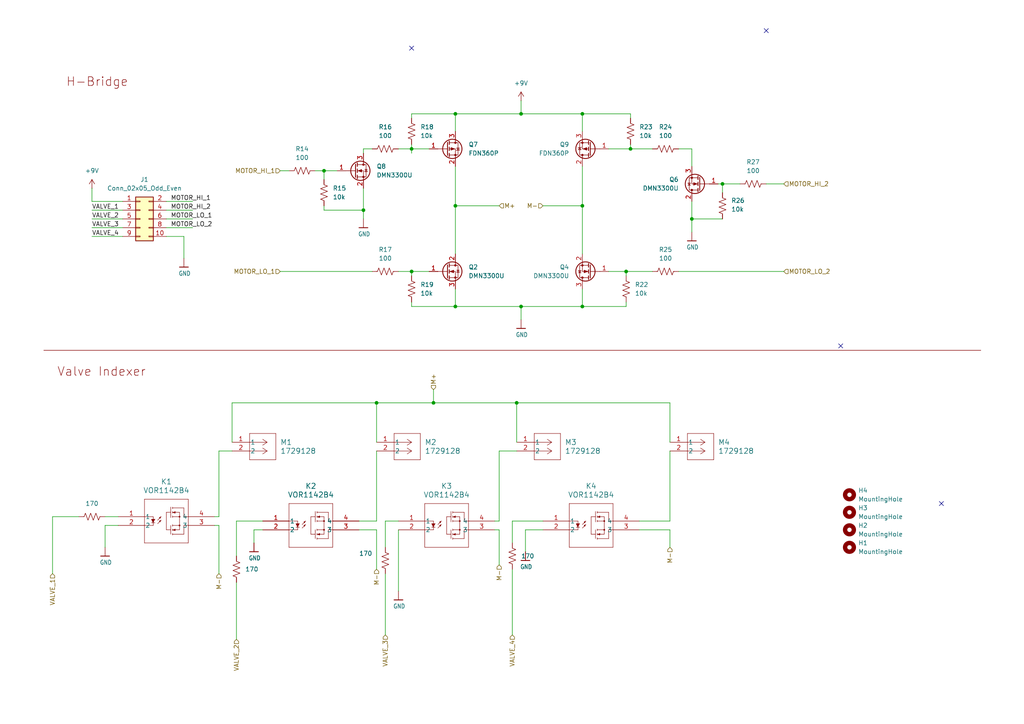
<source format=kicad_sch>
(kicad_sch (version 20250114) (generator "eeschema") (generator_version "9.0")
  (paper "A4")
  (lib_symbols
    (symbol "2025-11-01_13-33-45:1729128" (pin_names (offset 0.254))
      (property "Reference" "J" (at 8.89 6.35 0))
      (property "Value" "1729128" (at 0 0 0))
      (symbol "1729128_1_1"
        (polyline (pts (xy 5.08 2.54) (xy 5.08 -5.08)) (stroke (width 0.127)))
        (polyline (pts (xy 5.08 -5.08) (xy 12.7 -5.08)) (stroke (width 0.127)))
        (polyline (pts (xy 10.16 0) (xy 5.08 0)) (stroke (width 0.127)))
        (polyline (pts (xy 10.16 0) (xy 8.89 0.8467)) (stroke (width 0.127)))
        (polyline (pts (xy 10.16 0) (xy 8.89 -0.8467)) (stroke (width 0.127)))
        (polyline (pts (xy 10.16 -2.54) (xy 5.08 -2.54)) (stroke (width 0.127)))
        (polyline (pts (xy 10.16 -2.54) (xy 8.89 -1.6933)) (stroke (width 0.127)))
        (polyline (pts (xy 10.16 -2.54) (xy 8.89 -3.3867)) (stroke (width 0.127)))
        (polyline (pts (xy 12.7 2.54) (xy 5.08 2.54)) (stroke (width 0.127)))
        (polyline (pts (xy 12.7 -5.08) (xy 12.7 2.54)) (stroke (width 0.127)))
        (pin unspecified line (at 0 0 0) (length 5.08) (name "1") (number "1"))
        (pin unspecified line (at 0 -2.54 0) (length 5.08) (name "2") (number "2"))
      )
      (symbol "1729128_1_2"
        (polyline (pts (xy 5.08 2.54) (xy 5.08 -5.08)) (stroke (width 0.127)))
        (polyline (pts (xy 5.08 -5.08) (xy 12.7 -5.08)) (stroke (width 0.127)))
        (polyline (pts (xy 7.62 0) (xy 5.08 0)) (stroke (width 0.127)))
        (polyline (pts (xy 7.62 0) (xy 8.89 0.8467)) (stroke (width 0.127)))
        (polyline (pts (xy 7.62 0) (xy 8.89 -0.8467)) (stroke (width 0.127)))
        (polyline (pts (xy 7.62 -2.54) (xy 5.08 -2.54)) (stroke (width 0.127)))
        (polyline (pts (xy 7.62 -2.54) (xy 8.89 -1.6933)) (stroke (width 0.127)))
        (polyline (pts (xy 7.62 -2.54) (xy 8.89 -3.3867)) (stroke (width 0.127)))
        (polyline (pts (xy 12.7 2.54) (xy 5.08 2.54)) (stroke (width 0.127)))
        (polyline (pts (xy 12.7 -5.08) (xy 12.7 2.54)) (stroke (width 0.127)))
        (pin unspecified line (at 0 0 0) (length 5.08) (name "1") (number "1"))
        (pin unspecified line (at 0 -2.54 0) (length 5.08) (name "2") (number "2"))
      )
    )
    (symbol "2025-11-05_14-05-54:VOR1142B4" (pin_names (offset 0.254))
      (property "Reference" "K" (at 13.97 10.16 0))
      (property "Value" "VOR1142B4" (at 15.24 7.62 0))
      (symbol "VOR1142B4_0_1"
        (polyline (pts (xy 7.62 5.08) (xy 7.62 -7.62)) (stroke (width 0.127)))
        (polyline (pts (xy 7.62 0) (xy 10.16 0)) (stroke (width 0.127)))
        (polyline (pts (xy 7.62 -2.54) (xy 10.16 -2.54)) (stroke (width 0.127)))
        (polyline (pts (xy 7.62 -7.62) (xy 20.32 -7.62)) (stroke (width 0.127)))
        (polyline (pts (xy 9.652 -1.778) (xy 10.668 -1.778)) (stroke (width 0.127)))
        (polyline (pts (xy 10.16 -0.762) (xy 10.16 0)) (stroke (width 0.127)))
        (polyline (pts (xy 10.16 -1.778) (xy 9.652 -0.762) (xy 10.668 -0.762)) (fill (type outline)))
        (polyline (pts (xy 10.16 -2.54) (xy 10.16 -1.778)) (stroke (width 0.127)))
        (polyline (pts (xy 11.43 -1.016) (xy 12.192 -0.254)) (stroke (width 0.127)))
        (polyline (pts (xy 11.43 -2.032) (xy 12.192 -1.27)) (stroke (width 0.127)))
        (polyline (pts (xy 12.446 0) (xy 11.938 -0.254) (xy 12.192 -0.508)) (fill (type outline)))
        (polyline (pts (xy 12.446 -1.016) (xy 11.938 -1.27) (xy 12.192 -1.524)) (fill (type outline)))
        (polyline (pts (xy 13.97 1.27) (xy 13.97 -3.81)) (stroke (width 0.127)))
        (polyline (pts (xy 13.97 1.27) (xy 15.24 1.27)) (stroke (width 0.127)))
        (polyline (pts (xy 13.97 -3.81) (xy 15.24 -3.81)) (stroke (width 0.127)))
        (polyline (pts (xy 15.24 2.794) (xy 15.24 -0.254)) (stroke (width 0.127)))
        (polyline (pts (xy 15.24 -2.54) (xy 15.24 -5.08)) (stroke (width 0.127)))
        (polyline (pts (xy 15.748 2.794) (xy 15.748 2.286)) (stroke (width 0.127)))
        (polyline (pts (xy 15.748 2.54) (xy 19.05 2.54)) (stroke (width 0.127)))
        (polyline (pts (xy 15.748 1.524) (xy 15.748 1.016)) (stroke (width 0.127)))
        (polyline (pts (xy 15.748 1.27) (xy 16.51 1.016) (xy 16.51 1.524)) (fill (type outline)))
        (polyline (pts (xy 15.748 0.254) (xy 15.748 -0.254)) (stroke (width 0.127)))
        (polyline (pts (xy 15.748 -2.286) (xy 15.748 -2.794)) (stroke (width 0.127)))
        (polyline (pts (xy 15.748 -2.54) (xy 17.78 -2.54)) (stroke (width 0.127)))
        (polyline (pts (xy 15.748 -3.556) (xy 15.748 -4.064)) (stroke (width 0.127)))
        (polyline (pts (xy 15.748 -3.81) (xy 16.51 -4.064) (xy 16.51 -3.556)) (fill (type outline)))
        (polyline (pts (xy 15.748 -4.826) (xy 15.748 -5.334)) (stroke (width 0.127)))
        (polyline (pts (xy 15.748 -5.08) (xy 19.05 -5.08)) (stroke (width 0.127)))
        (polyline (pts (xy 16.51 -3.81) (xy 17.78 -3.81)) (stroke (width 0.127)))
        (polyline (pts (xy 17.78 1.27) (xy 16.51 1.27)) (stroke (width 0.127)))
        (polyline (pts (xy 17.78 0) (xy 15.748 0)) (stroke (width 0.127)))
        (circle (center 17.78 0) (radius 0.127) (stroke (width 0.254)))
        (circle (center 17.78 -2.54) (radius 0.127) (stroke (width 0.254)))
        (polyline (pts (xy 17.78 -3.81) (xy 17.78 1.27)) (stroke (width 0.127)))
        (polyline (pts (xy 19.05 2.54) (xy 19.05 0)) (stroke (width 0.127)))
        (polyline (pts (xy 19.05 0) (xy 20.32 0)) (stroke (width 0.127)))
        (polyline (pts (xy 19.05 -2.54) (xy 19.05 -5.08)) (stroke (width 0.127)))
        (polyline (pts (xy 19.05 -2.54) (xy 20.32 -2.54)) (stroke (width 0.127)))
        (polyline (pts (xy 20.32 5.08) (xy 7.62 5.08)) (stroke (width 0.127)))
        (polyline (pts (xy 20.32 -7.62) (xy 20.32 5.08)) (stroke (width 0.127)))
        (pin unspecified line (at 0 0 0) (length 7.62) (name "1") (number "1"))
        (pin unspecified line (at 0 -2.54 0) (length 7.62) (name "2") (number "2"))
        (pin unspecified line (at 27.94 0 180) (length 7.62) (name "4") (number "4"))
        (pin unspecified line (at 27.94 -2.54 180) (length 7.62) (name "3") (number "3"))
      )
    )
    (symbol "Adafruit Feather RP2040 RFM-eagle-import:GND" (power)
      (symbol "GND_1_0"
        (polyline (pts (xy -1.27 0) (xy 1.27 0)) (stroke (width 0.254)))
        (pin power_in line (at 0 2.54 270) (length 2.54) (name "GND") (number "1"))
      )
    )
    (symbol "Connector_Generic:Conn_02x05_Odd_Even" (pin_names (offset 1.016) (hide yes))
      (property "Reference" "J" (at 1.27 7.62 0))
      (property "Value" "Conn_02x05_Odd_Even" (at 1.27 -7.62 0))
      (symbol "Conn_02x05_Odd_Even_1_1"
        (rectangle (start -1.27 6.35) (end 3.81 -6.35) (stroke (width 0.254)) (fill (type background)))
        (rectangle (start -1.27 5.207) (end 0 4.953) (stroke (width 0.1524)))
        (rectangle (start -1.27 2.667) (end 0 2.413) (stroke (width 0.1524)))
        (rectangle (start -1.27 0.127) (end 0 -0.127) (stroke (width 0.1524)))
        (rectangle (start -1.27 -2.413) (end 0 -2.667) (stroke (width 0.1524)))
        (rectangle (start -1.27 -4.953) (end 0 -5.207) (stroke (width 0.1524)))
        (rectangle (start 3.81 5.207) (end 2.54 4.953) (stroke (width 0.1524)))
        (rectangle (start 3.81 2.667) (end 2.54 2.413) (stroke (width 0.1524)))
        (rectangle (start 3.81 0.127) (end 2.54 -0.127) (stroke (width 0.1524)))
        (rectangle (start 3.81 -2.413) (end 2.54 -2.667) (stroke (width 0.1524)))
        (rectangle (start 3.81 -4.953) (end 2.54 -5.207) (stroke (width 0.1524)))
        (pin passive line (at -5.08 5.08 0) (length 3.81) (name "Pin_1") (number "1"))
        (pin passive line (at -5.08 2.54 0) (length 3.81) (name "Pin_3") (number "3"))
        (pin passive line (at -5.08 0 0) (length 3.81) (name "Pin_5") (number "5"))
        (pin passive line (at -5.08 -2.54 0) (length 3.81) (name "Pin_7") (number "7"))
        (pin passive line (at -5.08 -5.08 0) (length 3.81) (name "Pin_9") (number "9"))
        (pin passive line (at 7.62 5.08 180) (length 3.81) (name "Pin_2") (number "2"))
        (pin passive line (at 7.62 2.54 180) (length 3.81) (name "Pin_4") (number "4"))
        (pin passive line (at 7.62 0 180) (length 3.81) (name "Pin_6") (number "6"))
        (pin passive line (at 7.62 -2.54 180) (length 3.81) (name "Pin_8") (number "8"))
        (pin passive line (at 7.62 -5.08 180) (length 3.81) (name "Pin_10") (number "10"))
      )
    )
    (symbol "DMN3300U_1" (pin_names (offset 0) (hide yes))
      (property "Reference" "Q2" (at 6.35 1.2701 0))
      (property "Value" "DMN3300U" (at 6.35 -1.2699 0))
      (symbol "DMN3300U_1_0_1"
        (polyline (pts (xy 0.254 1.905) (xy 0.254 -1.905)) (stroke (width 0.254)))
        (polyline (pts (xy 0.254 0) (xy -2.54 0)))
        (polyline (pts (xy 0.762 2.286) (xy 0.762 1.27)) (stroke (width 0.254)))
        (polyline (pts (xy 0.762 0.508) (xy 0.762 -0.508)) (stroke (width 0.254)))
        (polyline (pts (xy 0.762 -1.27) (xy 0.762 -2.286)) (stroke (width 0.254)))
        (polyline (pts (xy 0.762 -1.778) (xy 3.302 -1.778) (xy 3.302 1.778) (xy 0.762 1.778)))
        (polyline (pts (xy 1.016 0) (xy 2.032 0.381) (xy 2.032 -0.381) (xy 1.016 0)) (fill (type outline)))
        (circle (center 1.651 0) (radius 2.794) (stroke (width 0.254)))
        (polyline (pts (xy 2.54 2.54) (xy 2.54 1.778)))
        (circle (center 2.54 1.778) (radius 0.254) (fill (type outline)))
        (circle (center 2.54 -1.778) (radius 0.254) (fill (type outline)))
        (polyline (pts (xy 2.54 -2.54) (xy 2.54 0) (xy 0.762 0)))
        (polyline (pts (xy 2.921 0.381) (xy 3.683 0.381)))
        (polyline (pts (xy 3.302 0.381) (xy 2.921 -0.254) (xy 3.683 -0.254) (xy 3.302 0.381)))
      )
      (symbol "DMN3300U_1_1_1"
        (pin input line (at -5.08 0 0) (length 2.54) (name "G") (number "1"))
        (pin passive line (at 2.54 5.08 270) (length 2.54) (name "S") (number "2"))
        (pin passive line (at 2.54 -5.08 90) (length 2.54) (name "D") (number "3"))
      )
    )
    (symbol "Device:R_US" (pin_numbers (hide yes)) (pin_names (offset 0))
      (property "Reference" "R" (at 2.54 0 90))
      (property "Value" "R_US" (at -2.54 0 90))
      (symbol "R_US_0_1"
        (polyline (pts (xy 0 2.286) (xy 0 2.54)))
        (polyline (pts (xy 0 2.286) (xy 1.016 1.905) (xy 0 1.524) (xy -1.016 1.143) (xy 0 0.762)))
        (polyline (pts (xy 0 0.762) (xy 1.016 0.381) (xy 0 0) (xy -1.016 -0.381) (xy 0 -0.762)))
        (polyline (pts (xy 0 -0.762) (xy 1.016 -1.143) (xy 0 -1.524) (xy -1.016 -1.905) (xy 0 -2.286)))
        (polyline (pts (xy 0 -2.286) (xy 0 -2.54)))
      )
      (symbol "R_US_1_1"
        (pin passive line (at 0 3.81 270) (length 1.27) (name "~") (number "1"))
        (pin passive line (at 0 -3.81 90) (length 1.27) (name "~") (number "2"))
      )
    )
    (symbol "FDN340P_1" (pin_names (hide yes))
      (property "Reference" "Q9" (at 6.35 -1.2701 0))
      (property "Value" "FDN340P" (at 6.35 1.2699 0))
      (symbol "FDN340P_1_0_1"
        (polyline (pts (xy 0.254 1.905) (xy 0.254 -1.905)) (stroke (width 0.254)))
        (polyline (pts (xy 0.254 0) (xy -2.54 0)))
        (polyline (pts (xy 0.762 2.286) (xy 0.762 1.27)) (stroke (width 0.254)))
        (polyline (pts (xy 0.762 1.778) (xy 3.302 1.778) (xy 3.302 -1.778) (xy 0.762 -1.778)))
        (polyline (pts (xy 0.762 0.508) (xy 0.762 -0.508)) (stroke (width 0.254)))
        (polyline (pts (xy 0.762 -1.27) (xy 0.762 -2.286)) (stroke (width 0.254)))
        (circle (center 1.651 0) (radius 2.794) (stroke (width 0.254)))
        (polyline (pts (xy 2.286 0) (xy 1.27 0.381) (xy 1.27 -0.381) (xy 2.286 0)) (fill (type outline)))
        (polyline (pts (xy 2.54 2.54) (xy 2.54 1.778)))
        (circle (center 2.54 1.778) (radius 0.254) (fill (type outline)))
        (circle (center 2.54 -1.778) (radius 0.254) (fill (type outline)))
        (polyline (pts (xy 2.54 -2.54) (xy 2.54 0) (xy 0.762 0)))
        (polyline (pts (xy 2.794 -0.508) (xy 2.921 -0.381) (xy 3.683 -0.381) (xy 3.81 -0.254)))
        (polyline (pts (xy 3.302 -0.381) (xy 2.921 0.254) (xy 3.683 0.254) (xy 3.302 -0.381)))
      )
      (symbol "FDN340P_1_1_1"
        (pin input line (at -5.08 0 0) (length 2.54) (name "G") (number "1"))
        (pin passive line (at 2.54 5.08 270) (length 2.54) (name "S") (number "2"))
        (pin passive line (at 2.54 -5.08 90) (length 2.54) (name "D") (number "3"))
      )
    )
    (symbol "Mechanical:MountingHole" (pin_names (offset 1.016)) (in_bom no)
      (property "Reference" "H" (at 0 5.08 0))
      (property "Value" "MountingHole" (at 0 3.175 0))
      (symbol "MountingHole_0_1"
        (circle (center 0 0) (radius 1.27) (stroke (width 1.27)))
      )
    )
    (symbol "Transistor_FET:DMN3300U" (pin_names (offset 0) (hide yes))
      (property "Reference" "Q" (at 5.08 1.905 0))
      (property "Value" "DMN3300U" (at 5.08 0 0))
      (symbol "DMN3300U_0_1"
        (polyline (pts (xy 0.254 1.905) (xy 0.254 -1.905)) (stroke (width 0.254)))
        (polyline (pts (xy 0.254 0) (xy -2.54 0)))
        (polyline (pts (xy 0.762 2.286) (xy 0.762 1.27)) (stroke (width 0.254)))
        (polyline (pts (xy 0.762 0.508) (xy 0.762 -0.508)) (stroke (width 0.254)))
        (polyline (pts (xy 0.762 -1.27) (xy 0.762 -2.286)) (stroke (width 0.254)))
        (polyline (pts (xy 0.762 -1.778) (xy 3.302 -1.778) (xy 3.302 1.778) (xy 0.762 1.778)))
        (polyline (pts (xy 1.016 0) (xy 2.032 0.381) (xy 2.032 -0.381) (xy 1.016 0)) (fill (type outline)))
        (circle (center 1.651 0) (radius 2.794) (stroke (width 0.254)))
        (polyline (pts (xy 2.54 2.54) (xy 2.54 1.778)))
        (circle (center 2.54 1.778) (radius 0.254) (fill (type outline)))
        (circle (center 2.54 -1.778) (radius 0.254) (fill (type outline)))
        (polyline (pts (xy 2.54 -2.54) (xy 2.54 0) (xy 0.762 0)))
        (polyline (pts (xy 2.921 0.381) (xy 3.683 0.381)))
        (polyline (pts (xy 3.302 0.381) (xy 2.921 -0.254) (xy 3.683 -0.254) (xy 3.302 0.381)))
      )
      (symbol "DMN3300U_1_1"
        (pin input line (at -5.08 0 0) (length 2.54) (name "G") (number "1"))
        (pin passive line (at 2.54 5.08 270) (length 2.54) (name "D") (number "3"))
        (pin passive line (at 2.54 -5.08 90) (length 2.54) (name "S") (number "2"))
      )
    )
    (symbol "Transistor_FET:FDN340P" (pin_names (hide yes))
      (property "Reference" "Q" (at 5.08 1.905 0))
      (property "Value" "FDN340P" (at 5.08 0 0))
      (symbol "FDN340P_0_1"
        (polyline (pts (xy 0.254 1.905) (xy 0.254 -1.905)) (stroke (width 0.254)))
        (polyline (pts (xy 0.254 0) (xy -2.54 0)))
        (polyline (pts (xy 0.762 2.286) (xy 0.762 1.27)) (stroke (width 0.254)))
        (polyline (pts (xy 0.762 1.778) (xy 3.302 1.778) (xy 3.302 -1.778) (xy 0.762 -1.778)))
        (polyline (pts (xy 0.762 0.508) (xy 0.762 -0.508)) (stroke (width 0.254)))
        (polyline (pts (xy 0.762 -1.27) (xy 0.762 -2.286)) (stroke (width 0.254)))
        (circle (center 1.651 0) (radius 2.794) (stroke (width 0.254)))
        (polyline (pts (xy 2.286 0) (xy 1.27 0.381) (xy 1.27 -0.381) (xy 2.286 0)) (fill (type outline)))
        (polyline (pts (xy 2.54 2.54) (xy 2.54 1.778)))
        (circle (center 2.54 1.778) (radius 0.254) (fill (type outline)))
        (circle (center 2.54 -1.778) (radius 0.254) (fill (type outline)))
        (polyline (pts (xy 2.54 -2.54) (xy 2.54 0) (xy 0.762 0)))
        (polyline (pts (xy 2.794 -0.508) (xy 2.921 -0.381) (xy 3.683 -0.381) (xy 3.81 -0.254)))
        (polyline (pts (xy 3.302 -0.381) (xy 2.921 0.254) (xy 3.683 0.254) (xy 3.302 -0.381)))
      )
      (symbol "FDN340P_1_1"
        (pin input line (at -5.08 0 0) (length 2.54) (name "G") (number "1"))
        (pin passive line (at 2.54 5.08 270) (length 2.54) (name "D") (number "3"))
        (pin passive line (at 2.54 -5.08 90) (length 2.54) (name "S") (number "2"))
      )
    )
    (symbol "power:+9V" (power) (pin_numbers (hide yes)) (pin_names (offset 0) (hide yes))
      (property "Value" "+9V" (at 0 3.556 0))
      (symbol "+9V_0_1"
        (polyline (pts (xy -0.762 1.27) (xy 0 2.54)))
        (polyline (pts (xy 0 2.54) (xy 0.762 1.27)))
        (polyline (pts (xy 0 0) (xy 0 2.54)))
      )
      (symbol "+9V_1_1"
        (pin power_in line (at 0 0 90) (length 0) (name "~") (number "1"))
      )
    )
  )
  (text "Valve Indexer\n" (at 29.464 107.95 0) (effects (font (size 2.54 2.54))))
  (text "H-Bridge" (at 28.194 23.876 0) (effects (font (size 2.54 2.54))))
  (junction (at 168.91 88.9))
  (junction (at 200.66 63.5))
  (junction (at 132.08 33.02))
  (junction (at 93.98 49.53))
  (junction (at 182.88 43.18))
  (junction (at 151.13 33.02))
  (junction (at 109.22 116.84))
  (junction (at 125.73 116.84))
  (junction (at 119.38 78.74))
  (junction (at 168.91 59.69))
  (junction (at 168.91 33.02))
  (junction (at 151.13 88.9))
  (junction (at 149.86 116.84))
  (junction (at 119.38 43.18))
  (junction (at 209.55 53.34))
  (junction (at 105.41 60.96))
  (junction (at 132.08 88.9))
  (junction (at 181.61 78.74))
  (junction (at 132.08 59.69))
  (no_connect (at 222.25 8.89))
  (no_connect (at 273.05 146.05))
  (no_connect (at 243.84 100.33))
  (no_connect (at 119.38 13.97))
  (wire (pts (xy 26.67 60.96) (xy 35.56 60.96)))
  (wire (pts (xy 194.31 153.67) (xy 194.31 158.75)))
  (wire (pts (xy 48.26 68.58) (xy 53.34 68.58)))
  (wire (pts (xy 208.28 53.34) (xy 209.55 53.34)))
  (wire (pts (xy 209.55 53.34) (xy 214.63 53.34)))
  (wire (pts (xy 93.98 49.53) (xy 97.79 49.53)))
  (wire (pts (xy 168.91 88.9) (xy 181.61 88.9)))
  (wire (pts (xy 144.78 130.81) (xy 144.78 151.13)))
  (wire (pts (xy 132.08 38.1) (xy 132.08 33.02)))
  (wire (pts (xy 63.5 130.81) (xy 67.31 130.81)))
  (wire (pts (xy 105.41 60.96) (xy 105.41 54.61)))
  (wire (pts (xy 132.08 48.26) (xy 132.08 59.69)))
  (wire (pts (xy 119.38 78.74) (xy 124.46 78.74)))
  (wire (pts (xy 105.41 60.96) (xy 105.41 63.5)))
  (wire (pts (xy 119.38 88.9) (xy 132.08 88.9)))
  (wire (pts (xy 73.66 153.67) (xy 76.2 153.67)))
  (wire (pts (xy 200.66 63.5) (xy 200.66 67.31)))
  (wire (pts (xy 73.66 157.48) (xy 73.66 153.67)))
  (wire (pts (xy 48.26 66.04) (xy 55.88 66.04)))
  (wire (pts (xy 48.26 60.96) (xy 55.88 60.96)))
  (wire (pts (xy 132.08 59.69) (xy 132.08 73.66)))
  (wire (pts (xy 181.61 78.74) (xy 189.23 78.74)))
  (wire (pts (xy 149.86 116.84) (xy 194.31 116.84)))
  (wire (pts (xy 93.98 59.69) (xy 93.98 60.96)))
  (wire (pts (xy 26.67 58.42) (xy 35.56 58.42)))
  (wire (pts (xy 119.38 44.45) (xy 119.38 43.18)))
  (wire (pts (xy 81.28 78.74) (xy 107.95 78.74)))
  (wire (pts (xy 68.58 151.13) (xy 76.2 151.13)))
  (polyline (pts (xy 12.7 101.6) (xy 284.48 101.6)) (stroke (width 0) (type solid) (color 132 0 0 1)))
  (wire (pts (xy 119.38 43.18) (xy 124.46 43.18)))
  (wire (pts (xy 168.91 59.69) (xy 168.91 73.66)))
  (wire (pts (xy 209.55 53.34) (xy 209.55 55.88)))
  (wire (pts (xy 196.85 78.74) (xy 227.33 78.74)))
  (wire (pts (xy 185.42 153.67) (xy 194.31 153.67)))
  (wire (pts (xy 181.61 80.01) (xy 181.61 78.74)))
  (wire (pts (xy 67.31 116.84) (xy 109.22 116.84)))
  (wire (pts (xy 144.78 153.67) (xy 143.51 153.67)))
  (wire (pts (xy 143.51 151.13) (xy 144.78 151.13)))
  (wire (pts (xy 30.48 152.4) (xy 34.29 152.4)))
  (wire (pts (xy 111.76 151.13) (xy 111.76 158.75)))
  (wire (pts (xy 26.67 54.61) (xy 26.67 58.42)))
  (wire (pts (xy 182.88 43.18) (xy 189.23 43.18)))
  (wire (pts (xy 109.22 116.84) (xy 125.73 116.84)))
  (wire (pts (xy 132.08 83.82) (xy 132.08 88.9)))
  (wire (pts (xy 176.53 78.74) (xy 181.61 78.74)))
  (wire (pts (xy 68.58 151.13) (xy 68.58 161.29)))
  (wire (pts (xy 168.91 83.82) (xy 168.91 88.9)))
  (wire (pts (xy 194.31 130.81) (xy 194.31 151.13)))
  (wire (pts (xy 181.61 88.9) (xy 181.61 87.63)))
  (wire (pts (xy 26.67 63.5) (xy 35.56 63.5)))
  (wire (pts (xy 152.4 160.02) (xy 152.4 153.67)))
  (wire (pts (xy 125.73 116.84) (xy 149.86 116.84)))
  (wire (pts (xy 115.57 153.67) (xy 115.57 171.45)))
  (wire (pts (xy 93.98 60.96) (xy 105.41 60.96)))
  (wire (pts (xy 200.66 58.42) (xy 200.66 63.5)))
  (wire (pts (xy 15.24 149.86) (xy 22.86 149.86)))
  (wire (pts (xy 53.34 68.58) (xy 53.34 74.93)))
  (wire (pts (xy 185.42 151.13) (xy 194.31 151.13)))
  (wire (pts (xy 176.53 43.18) (xy 182.88 43.18)))
  (wire (pts (xy 182.88 33.02) (xy 182.88 34.29)))
  (wire (pts (xy 157.48 59.69) (xy 168.91 59.69)))
  (wire (pts (xy 109.22 153.67) (xy 109.22 165.1)))
  (wire (pts (xy 63.5 152.4) (xy 63.5 166.37)))
  (wire (pts (xy 111.76 151.13) (xy 115.57 151.13)))
  (wire (pts (xy 34.29 149.86) (xy 30.48 149.86)))
  (wire (pts (xy 149.86 116.84) (xy 149.86 128.27)))
  (wire (pts (xy 152.4 153.67) (xy 157.48 153.67)))
  (wire (pts (xy 168.91 33.02) (xy 168.91 38.1)))
  (wire (pts (xy 111.76 166.37) (xy 111.76 184.15)))
  (wire (pts (xy 68.58 185.42) (xy 68.58 168.91)))
  (wire (pts (xy 67.31 116.84) (xy 67.31 128.27)))
  (wire (pts (xy 144.78 130.81) (xy 149.86 130.81)))
  (wire (pts (xy 119.38 41.91) (xy 119.38 43.18)))
  (wire (pts (xy 119.38 33.02) (xy 132.08 33.02)))
  (wire (pts (xy 104.14 151.13) (xy 109.22 151.13)))
  (wire (pts (xy 104.14 153.67) (xy 109.22 153.67)))
  (wire (pts (xy 148.59 151.13) (xy 148.59 157.48)))
  (wire (pts (xy 107.95 43.18) (xy 105.41 43.18)))
  (wire (pts (xy 48.26 58.42) (xy 55.88 58.42)))
  (wire (pts (xy 151.13 33.02) (xy 168.91 33.02)))
  (wire (pts (xy 222.25 53.34) (xy 227.33 53.34)))
  (wire (pts (xy 168.91 33.02) (xy 182.88 33.02)))
  (wire (pts (xy 151.13 29.21) (xy 151.13 33.02)))
  (wire (pts (xy 132.08 59.69) (xy 144.78 59.69)))
  (wire (pts (xy 15.24 166.37) (xy 15.24 149.86)))
  (wire (pts (xy 30.48 152.4) (xy 30.48 158.75)))
  (wire (pts (xy 182.88 41.91) (xy 182.88 43.18)))
  (wire (pts (xy 63.5 130.81) (xy 63.5 149.86)))
  (wire (pts (xy 105.41 43.18) (xy 105.41 44.45)))
  (wire (pts (xy 148.59 151.13) (xy 157.48 151.13)))
  (wire (pts (xy 119.38 80.01) (xy 119.38 78.74)))
  (wire (pts (xy 196.85 43.18) (xy 200.66 43.18)))
  (wire (pts (xy 109.22 116.84) (xy 109.22 128.27)))
  (wire (pts (xy 200.66 43.18) (xy 200.66 48.26)))
  (wire (pts (xy 132.08 88.9) (xy 151.13 88.9)))
  (wire (pts (xy 109.22 130.81) (xy 109.22 151.13)))
  (wire (pts (xy 62.23 152.4) (xy 63.5 152.4)))
  (wire (pts (xy 151.13 88.9) (xy 168.91 88.9)))
  (wire (pts (xy 200.66 63.5) (xy 209.55 63.5)))
  (wire (pts (xy 144.78 153.67) (xy 144.78 163.83)))
  (wire (pts (xy 26.67 68.58) (xy 35.56 68.58)))
  (wire (pts (xy 115.57 78.74) (xy 119.38 78.74)))
  (wire (pts (xy 132.08 33.02) (xy 151.13 33.02)))
  (wire (pts (xy 151.13 88.9) (xy 151.13 92.71)))
  (wire (pts (xy 26.67 66.04) (xy 35.56 66.04)))
  (wire (pts (xy 62.23 149.86) (xy 63.5 149.86)))
  (wire (pts (xy 148.59 165.1) (xy 148.59 184.15)))
  (wire (pts (xy 115.57 43.18) (xy 119.38 43.18)))
  (wire (pts (xy 194.31 116.84) (xy 194.31 128.27)))
  (wire (pts (xy 125.73 113.03) (xy 125.73 116.84)))
  (wire (pts (xy 91.44 49.53) (xy 93.98 49.53)))
  (wire (pts (xy 93.98 52.07) (xy 93.98 49.53)))
  (wire (pts (xy 48.26 63.5) (xy 55.88 63.5)))
  (wire (pts (xy 81.28 49.53) (xy 83.82 49.53)))
  (wire (pts (xy 168.91 48.26) (xy 168.91 59.69)))
  (wire (pts (xy 119.38 87.63) (xy 119.38 88.9)))
  (wire (pts (xy 119.38 34.29) (xy 119.38 33.02)))
  (label "VALVE_4" (at 26.67 68.58 0))
  (label "MOTOR_HI_1" (at 49.53 58.42 0))
  (label "VALVE_3" (at 26.67 66.04 0))
  (label "MOTOR_LO_2" (at 49.53 66.04 0))
  (label "VALVE_1" (at 26.67 60.96 0))
  (label "MOTOR_LO_1" (at 49.53 63.5 0))
  (label "VALVE_2" (at 26.67 63.5 0))
  (label "MOTOR_HI_2" (at 49.53 60.96 0))
  (hierarchical_label "VALVE_1" (shape input) (at 15.24 166.37 270))
  (hierarchical_label "M-" (shape input) (at 63.5 166.37 270))
  (hierarchical_label "M+" (shape input) (at 144.78 59.69 0))
  (hierarchical_label "M-" (shape input) (at 144.78 163.83 270))
  (hierarchical_label "VALVE_3" (shape input) (at 111.76 184.15 270))
  (hierarchical_label "M+" (shape input) (at 125.73 113.03 90))
  (hierarchical_label "MOTOR_HI_2" (shape input) (at 227.33 53.34 0))
  (hierarchical_label "M-" (shape input) (at 157.48 59.69 180))
  (hierarchical_label "M-" (shape input) (at 109.22 165.1 270))
  (hierarchical_label "VALVE_4" (shape input) (at 148.59 184.15 270))
  (hierarchical_label "MOTOR_LO_2" (shape input) (at 227.33 78.74 0))
  (hierarchical_label "VALVE_2" (shape input) (at 68.58 185.42 270))
  (hierarchical_label "M-" (shape input) (at 194.31 158.75 270))
  (hierarchical_label "MOTOR_LO_1" (shape input) (at 81.28 78.74 180))
  (hierarchical_label "MOTOR_HI_1" (shape input) (at 81.28 49.53 180))
  (symbol (lib_id "2025-11-05_14-05-54:VOR1142B4") (at 76.2 151.13 0) (unit 1)
    (property "Reference" "K2" (at 90.17 140.97 0) (effects (font (size 1.524 1.524))))
    (property "Value" "VOR1142B4" (at 90.17 143.51 0) (effects (font (size 1.524 1.524))))
    (property "Footprint" "Package_SO:SSO-4_6.7x5.1mm_P2.54mm_Clearance8mm" (effects (hide yes)))
    (property "Datasheet" "https://www.vishay.com/doc?84299" (effects (hide yes)))
  )
  (symbol (lib_id "Device:R_US") (at 193.04 78.74 270) (unit 1)
    (property "Reference" "R25" (at 193.04 72.39 90))
    (property "Value" "100" (at 193.04 74.93 90))
    (property "Footprint" "Resistor_SMD:R_0805_2012Metric" (effects (hide yes)))
    (property "Description" "Resistor, US symbol" (effects (hide yes)))
  )
  (symbol (lib_id "2025-11-05_14-05-54:VOR1142B4") (at 157.48 151.13 0) (unit 1)
    (property "Reference" "K4" (at 171.45 140.97 0) (effects (font (size 1.524 1.524))))
    (property "Value" "VOR1142B4" (at 171.45 143.51 0) (effects (font (size 1.524 1.524))))
    (property "Footprint" "Package_SO:SSO-4_6.7x5.1mm_P2.54mm_Clearance8mm" (effects (hide yes)))
    (property "Datasheet" "https://www.vishay.com/doc?84299" (effects (hide yes)))
  )
  (symbol (lib_name "DMN3300U_1") (lib_id "Transistor_FET:DMN3300U") (at 129.54 78.74 0) (unit 1)
    (property "Reference" "Q2" (at 135.89 77.4699 0) (effects (justify left)))
    (property "Value" "DMN3300U" (at 135.89 80.0099 0) (effects (justify left)))
    (property "Footprint" "Package_TO_SOT_SMD:SOT-23" (effects (hide yes)))
    (property "Datasheet" "http://www.diodes.com/assets/Datasheets/ds31181.pdf" (effects (hide yes)))
    (property "Description" "2A Id, 30V Vds, N-Channel MOSFET, SOT-23" (effects (hide yes)))
  )
  (symbol (lib_id "Device:R_US") (at 193.04 43.18 270) (unit 1)
    (property "Reference" "R24" (at 193.04 36.83 90))
    (property "Value" "100" (at 193.04 39.37 90))
    (property "Footprint" "Resistor_SMD:R_0805_2012Metric" (effects (hide yes)))
    (property "Description" "Resistor, US symbol" (effects (hide yes)))
  )
  (symbol (lib_id "Mechanical:MountingHole") (at 246.38 153.67 0) (unit 1) (in_bom no)
    (property "Reference" "H2" (at 248.92 152.3999 0) (effects (justify left)))
    (property "Value" "MountingHole" (at 248.92 154.9399 0) (effects (justify left)))
    (property "Footprint" "MountingHole:MountingHole_3mm_Pad" (effects (hide yes)))
    (property "Description" "Mounting Hole without connection" (effects (hide yes)))
  )
  (symbol (lib_id "power:+9V") (at 151.13 29.21 0) (unit 1)
    (property "Reference" "#PWR013" (effects (hide yes)))
    (property "Value" "+9V" (at 151.13 24.13 0))
    (property "Description" "Power symbol creates a global label with name \"+9V\"" (effects (hide yes)))
  )
  (symbol (lib_id "Transistor_FET:DMN3300U") (at 102.87 49.53 0) (unit 1)
    (property "Reference" "Q8" (at 109.22 48.2599 0) (effects (justify left)))
    (property "Value" "DMN3300U" (at 109.22 50.7999 0) (effects (justify left)))
    (property "Footprint" "Package_TO_SOT_SMD:SOT-23" (effects (hide yes)))
    (property "Datasheet" "http://www.diodes.com/assets/Datasheets/ds31181.pdf" (effects (hide yes)))
    (property "Description" "2A Id, 30V Vds, N-Channel MOSFET, SOT-23" (effects (hide yes)))
  )
  (symbol (lib_id "Mechanical:MountingHole") (at 246.38 158.75 0) (unit 1) (in_bom no)
    (property "Reference" "H1" (at 248.92 157.4799 0) (effects (justify left)))
    (property "Value" "MountingHole" (at 248.92 160.0199 0) (effects (justify left)))
    (property "Footprint" "MountingHole:MountingHole_3mm_Pad" (effects (hide yes)))
    (property "Description" "Mounting Hole without connection" (effects (hide yes)))
  )
  (symbol (lib_id "Device:R_US") (at 68.58 165.1 180) (unit 1)
    (property "Reference" "R13" (effects (hide yes)))
    (property "Value" "170" (at 71.12 165.0999 0) (effects (justify right)))
    (property "Footprint" "Resistor_SMD:R_0805_2012Metric" (effects (hide yes)))
    (property "Description" "Resistor, US symbol" (effects (hide yes)))
  )
  (symbol (lib_id "Adafruit Feather RP2040 RFM-eagle-import:GND") (at 30.48 161.29 0) (unit 1)
    (property "Reference" "#U$011" (effects (hide yes)))
    (property "Value" "GND" (at 28.956 163.83 0) (effects (font (size 1.27 1.0795)) (justify left bottom)))
  )
  (symbol (lib_id "Connector_Generic:Conn_02x05_Odd_Even") (at 40.64 63.5 0) (unit 1)
    (property "Reference" "J1" (at 41.91 52.07 0))
    (property "Value" "Conn_02x05_Odd_Even" (at 41.91 54.61 0))
    (property "Footprint" "Connector_PinHeader_2.54mm:PinHeader_2x05_P2.54mm_Vertical" (effects (hide yes)))
    (property "Description" "Generic connector, double row, 02x05, odd/even pin numbering scheme (row 1 odd numbers, row 2 even numbers), script generated (kicad-library-utils/schlib/autogen/connector/)" (effects (hide yes)))
  )
  (symbol (lib_id "Device:R_US") (at 26.67 149.86 90) (unit 1)
    (property "Reference" "R12" (effects (hide yes)))
    (property "Value" "170" (at 26.67 146.05 90))
    (property "Footprint" "Resistor_SMD:R_0805_2012Metric" (effects (hide yes)))
    (property "Description" "Resistor, US symbol" (effects (hide yes)))
  )
  (symbol (lib_id "Device:R_US") (at 111.76 78.74 270) (unit 1)
    (property "Reference" "R17" (at 111.76 72.39 90))
    (property "Value" "100" (at 111.76 74.93 90))
    (property "Footprint" "Capacitor_SMD:C_0805_2012Metric" (effects (hide yes)))
    (property "Description" "Resistor, US symbol" (effects (hide yes)))
  )
  (symbol (lib_id "Mechanical:MountingHole") (at 246.38 143.51 0) (unit 1) (in_bom no)
    (property "Reference" "H4" (at 248.92 142.2399 0) (effects (justify left)))
    (property "Value" "MountingHole" (at 248.92 144.7799 0) (effects (justify left)))
    (property "Footprint" "MountingHole:MountingHole_3mm_Pad" (effects (hide yes)))
    (property "Description" "Mounting Hole without connection" (effects (hide yes)))
  )
  (symbol (lib_id "Device:R_US") (at 93.98 55.88 0) (unit 1)
    (property "Reference" "R15" (at 96.52 54.6099 0) (effects (justify left)))
    (property "Value" "10k" (at 96.52 57.1499 0) (effects (justify left)))
    (property "Footprint" "Resistor_SMD:R_0805_2012Metric" (effects (hide yes)))
    (property "Description" "Resistor, US symbol" (effects (hide yes)))
  )
  (symbol (lib_id "Adafruit Feather RP2040 RFM-eagle-import:GND") (at 151.13 95.25 0) (unit 1)
    (property "Reference" "#U$015" (effects (hide yes)))
    (property "Value" "GND" (at 149.606 97.79 0) (effects (font (size 1.27 1.0795)) (justify left bottom)))
  )
  (symbol (lib_name "FDN340P_1") (lib_id "Transistor_FET:FDN340P") (at 171.45 43.18 180) (unit 1)
    (property "Reference" "Q9" (at 165.1 41.9099 0) (effects (justify left)))
    (property "Value" "FDN360P" (at 165.1 44.4499 0) (effects (justify left)))
    (property "Footprint" "Package_TO_SOT_SMD:SOT-23" (effects (hide yes)))
    (property "Datasheet" "https://www.onsemi.com/pub/Collateral/FDN340P-D.PDF" (effects (hide yes)))
    (property "Description" "-2A Id, -20V Vds, P-Channel MOSFET, 70mOhm Ron, SOT-23" (effects (hide yes)))
  )
  (symbol (lib_id "Device:R_US") (at 181.61 83.82 0) (unit 1)
    (property "Reference" "R22" (at 184.15 82.5499 0) (effects (justify left)))
    (property "Value" "10k" (at 184.15 85.0899 0) (effects (justify left)))
    (property "Footprint" "Resistor_SMD:R_0805_2012Metric" (effects (hide yes)))
    (property "Description" "Resistor, US symbol" (effects (hide yes)))
  )
  (symbol (lib_id "2025-11-05_14-05-54:VOR1142B4") (at 34.29 149.86 0) (unit 1)
    (property "Reference" "K1" (at 48.26 139.7 0) (effects (font (size 1.524 1.524))))
    (property "Value" "VOR1142B4" (at 48.26 142.24 0) (effects (font (size 1.524 1.524))))
    (property "Footprint" "Package_SO:SSO-4_6.7x5.1mm_P2.54mm_Clearance8mm" (effects (hide yes)))
    (property "Datasheet" "https://www.vishay.com/doc?84299" (effects (hide yes)))
  )
  (symbol (lib_id "2025-11-01_13-33-45:1729128") (at 109.22 128.27 0) (unit 1)
    (property "Reference" "M2" (at 123.19 128.2699 0) (effects (font (size 1.524 1.524)) (justify left)))
    (property "Value" "1729128" (at 123.19 130.8099 0) (effects (font (size 1.524 1.524)) (justify left)))
    (property "Footprint" "footprints:CONN_1729128_PXC" (effects (hide yes)))
    (property "Datasheet" "1729128" (effects (hide yes)))
  )
  (symbol (lib_id "Device:R_US") (at 111.76 162.56 180) (unit 1)
    (property "Reference" "R20" (effects (hide yes)))
    (property "Value" "170" (at 104.14 160.528 0) (effects (justify right)))
    (property "Footprint" "Resistor_SMD:R_0805_2012Metric" (effects (hide yes)))
    (property "Description" "Resistor, US symbol" (effects (hide yes)))
  )
  (symbol (lib_id "2025-11-01_13-33-45:1729128") (at 194.31 128.27 0) (unit 1)
    (property "Reference" "M4" (at 208.28 128.2699 0) (effects (font (size 1.524 1.524)) (justify left)))
    (property "Value" "1729128" (at 208.28 130.8099 0) (effects (font (size 1.524 1.524)) (justify left)))
    (property "Footprint" "footprints:CONN_1729128_PXC" (effects (hide yes)))
    (property "Datasheet" "1729128" (effects (hide yes)))
  )
  (symbol (lib_id "Device:R_US") (at 119.38 38.1 0) (unit 1)
    (property "Reference" "R18" (at 121.92 36.8299 0) (effects (justify left)))
    (property "Value" "10k" (at 121.92 39.3699 0) (effects (justify left)))
    (property "Footprint" "Capacitor_SMD:C_0805_2012Metric" (effects (hide yes)))
    (property "Description" "Resistor, US symbol" (effects (hide yes)))
  )
  (symbol (lib_id "2025-11-05_14-05-54:VOR1142B4") (at 115.57 151.13 0) (unit 1)
    (property "Reference" "K3" (at 129.54 140.97 0) (effects (font (size 1.524 1.524))))
    (property "Value" "VOR1142B4" (at 129.54 143.51 0) (effects (font (size 1.524 1.524))))
    (property "Footprint" "Package_SO:SSO-4_6.7x5.1mm_P2.54mm_Clearance8mm" (effects (hide yes)))
    (property "Datasheet" "https://www.vishay.com/doc?84299" (effects (hide yes)))
  )
  (symbol (lib_id "Device:R_US") (at 119.38 83.82 0) (unit 1)
    (property "Reference" "R19" (at 121.92 82.5499 0) (effects (justify left)))
    (property "Value" "10k" (at 121.92 85.0899 0) (effects (justify left)))
    (property "Footprint" "Resistor_SMD:R_0805_2012Metric" (effects (hide yes)))
    (property "Description" "Resistor, US symbol" (effects (hide yes)))
  )
  (symbol (lib_id "Device:R_US") (at 182.88 38.1 0) (unit 1)
    (property "Reference" "R23" (at 185.42 36.8299 0) (effects (justify left)))
    (property "Value" "10k" (at 185.42 39.3699 0) (effects (justify left)))
    (property "Footprint" "Resistor_SMD:R_0805_2012Metric" (effects (hide yes)))
    (property "Description" "Resistor, US symbol" (effects (hide yes)))
  )
  (symbol (lib_id "Device:R_US") (at 218.44 53.34 270) (unit 1)
    (property "Reference" "R27" (at 218.44 46.99 90))
    (property "Value" "100" (at 218.44 49.53 90))
    (property "Footprint" "Resistor_SMD:R_0805_2012Metric" (effects (hide yes)))
    (property "Description" "Resistor, US symbol" (effects (hide yes)))
  )
  (symbol (lib_id "Mechanical:MountingHole") (at 246.38 148.59 0) (unit 1) (in_bom no)
    (property "Reference" "H3" (at 248.92 147.3199 0) (effects (justify left)))
    (property "Value" "MountingHole" (at 248.92 149.8599 0) (effects (justify left)))
    (property "Footprint" "MountingHole:MountingHole_3mm_Pad" (effects (hide yes)))
    (property "Description" "Mounting Hole without connection" (effects (hide yes)))
  )
  (symbol (lib_id "Adafruit Feather RP2040 RFM-eagle-import:GND") (at 53.34 77.47 0) (unit 1)
    (property "Reference" "#U$01" (effects (hide yes)))
    (property "Value" "GND" (at 51.816 80.01 0) (effects (font (size 1.27 1.0795)) (justify left bottom)))
  )
  (symbol (lib_id "Device:R_US") (at 148.59 161.29 180) (unit 1)
    (property "Reference" "R21" (effects (hide yes)))
    (property "Value" "170" (at 151.13 161.2899 0) (effects (justify right)))
    (property "Footprint" "Resistor_SMD:R_0805_2012Metric" (effects (hide yes)))
    (property "Description" "Resistor, US symbol" (effects (hide yes)))
  )
  (symbol (lib_id "2025-11-01_13-33-45:1729128") (at 149.86 128.27 0) (unit 1)
    (property "Reference" "M3" (at 163.83 128.2699 0) (effects (font (size 1.524 1.524)) (justify left)))
    (property "Value" "1729128" (at 163.83 130.8099 0) (effects (font (size 1.524 1.524)) (justify left)))
    (property "Footprint" "footprints:CONN_1729128_PXC" (effects (hide yes)))
    (property "Datasheet" "1729128" (effects (hide yes)))
  )
  (symbol (lib_id "Device:R_US") (at 111.76 43.18 270) (unit 1)
    (property "Reference" "R16" (at 111.76 36.83 90))
    (property "Value" "100" (at 111.76 39.37 90))
    (property "Footprint" "Capacitor_SMD:C_0805_2012Metric" (effects (hide yes)))
    (property "Description" "Resistor, US symbol" (effects (hide yes)))
  )
  (symbol (lib_id "Adafruit Feather RP2040 RFM-eagle-import:GND") (at 115.57 173.99 0) (unit 1)
    (property "Reference" "#U$014" (effects (hide yes)))
    (property "Value" "GND" (at 114.046 176.53 0) (effects (font (size 1.27 1.0795)) (justify left bottom)))
  )
  (symbol (lib_id "Adafruit Feather RP2040 RFM-eagle-import:GND") (at 152.4 162.56 0) (unit 1)
    (property "Reference" "#U$016" (effects (hide yes)))
    (property "Value" "GND" (at 150.876 165.1 0) (effects (font (size 1.27 1.0795)) (justify left bottom)))
  )
  (symbol (lib_id "Device:R_US") (at 87.63 49.53 270) (unit 1)
    (property "Reference" "R14" (at 87.63 43.18 90))
    (property "Value" "100" (at 87.63 45.72 90))
    (property "Footprint" "Resistor_SMD:R_0805_2012Metric" (effects (hide yes)))
    (property "Description" "Resistor, US symbol" (effects (hide yes)))
  )
  (symbol (lib_id "Transistor_FET:FDN340P") (at 129.54 43.18 0) (unit 1)
    (property "Reference" "Q7" (at 135.89 41.9099 0) (effects (justify left)))
    (property "Value" "FDN360P" (at 135.89 44.4499 0) (effects (justify left)))
    (property "Footprint" "Package_TO_SOT_SMD:SOT-23" (effects (hide yes)))
    (property "Datasheet" "https://www.onsemi.com/pub/Collateral/FDN340P-D.PDF" (effects (hide yes)))
    (property "Description" "-2A Id, -20V Vds, P-Channel MOSFET, 70mOhm Ron, SOT-23" (effects (hide yes)))
  )
  (symbol (lib_id "2025-11-01_13-33-45:1729128") (at 67.31 128.27 0) (unit 1)
    (property "Reference" "M1" (at 81.28 128.2699 0) (effects (font (size 1.524 1.524)) (justify left)))
    (property "Value" "1729128" (at 81.28 130.8099 0) (effects (font (size 1.524 1.524)) (justify left)))
    (property "Footprint" "footprints:CONN_1729128_PXC" (effects (hide yes)))
    (property "Datasheet" "1729128" (effects (hide yes)))
  )
  (symbol (lib_id "Transistor_FET:DMN3300U") (at 171.45 78.74 180) (unit 1)
    (property "Reference" "Q4" (at 165.1 77.4699 0) (effects (justify left)))
    (property "Value" "DMN3300U" (at 165.1 80.0099 0) (effects (justify left)))
    (property "Footprint" "Package_TO_SOT_SMD:SOT-23" (effects (hide yes)))
    (property "Datasheet" "http://www.diodes.com/assets/Datasheets/ds31181.pdf" (effects (hide yes)))
    (property "Description" "2A Id, 30V Vds, N-Channel MOSFET, SOT-23" (effects (hide yes)))
  )
  (symbol (lib_id "power:+9V") (at 26.67 54.61 0) (unit 1)
    (property "Reference" "#PWR01" (effects (hide yes)))
    (property "Value" "+9V" (at 26.67 49.53 0))
    (property "Description" "Power symbol creates a global label with name \"+9V\"" (effects (hide yes)))
  )
  (symbol (lib_id "Adafruit Feather RP2040 RFM-eagle-import:GND") (at 105.41 66.04 0) (unit 1)
    (property "Reference" "#U$013" (effects (hide yes)))
    (property "Value" "GND" (at 103.886 68.58 0) (effects (font (size 1.27 1.0795)) (justify left bottom)))
  )
  (symbol (lib_id "Adafruit Feather RP2040 RFM-eagle-import:GND") (at 200.66 69.85 0) (unit 1)
    (property "Reference" "#U$017" (effects (hide yes)))
    (property "Value" "GND" (at 199.136 72.39 0) (effects (font (size 1.27 1.0795)) (justify left bottom)))
  )
  (symbol (lib_name "DMN3300U_1") (lib_id "Transistor_FET:DMN3300U") (at 203.2 53.34 180) (unit 1)
    (property "Reference" "Q6" (at 196.85 52.0699 0) (effects (justify left)))
    (property "Value" "DMN3300U" (at 196.85 54.6099 0) (effects (justify left)))
    (property "Footprint" "Package_TO_SOT_SMD:SOT-23" (effects (hide yes)))
    (property "Datasheet" "http://www.diodes.com/assets/Datasheets/ds31181.pdf" (effects (hide yes)))
    (property "Description" "2A Id, 30V Vds, N-Channel MOSFET, SOT-23" (effects (hide yes)))
  )
  (symbol (lib_id "Adafruit Feather RP2040 RFM-eagle-import:GND") (at 73.66 160.02 0) (unit 1)
    (property "Reference" "#U$012" (effects (hide yes)))
    (property "Value" "GND" (at 72.136 162.56 0) (effects (font (size 1.27 1.0795)) (justify left bottom)))
  )
  (symbol (lib_id "Device:R_US") (at 209.55 59.69 0) (unit 1)
    (property "Reference" "R26" (at 212.09 58.166 0) (effects (justify left)))
    (property "Value" "10k" (at 212.09 60.706 0) (effects (justify left)))
    (property "Footprint" "Resistor_SMD:R_0805_2012Metric" (effects (hide yes)))
    (property "Description" "Resistor, US symbol" (effects (hide yes)))
  )
)
</source>
